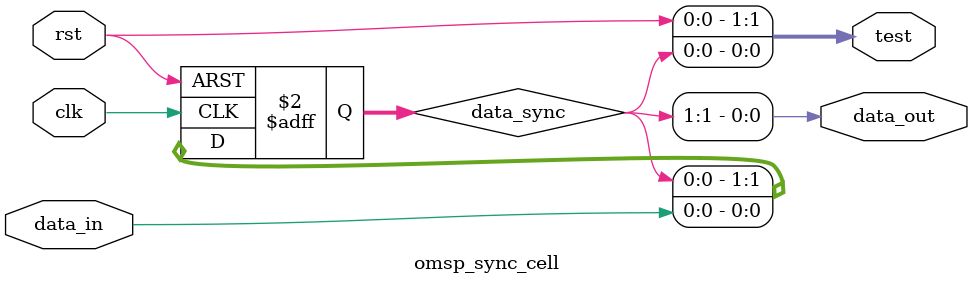
<source format=v>

module  omsp_sync_cell (
   test,

// OUTPUTs
    data_out,                      // Synchronized data output

// INPUTs
    clk,                           // Receiving clock
    data_in,                       // Asynchronous data input
    rst                            // Receiving reset (active high)
);

// OUTPUTs
//=========
output        [1:0] test;
output              data_out;      // Synchronized data output

// INPUTs
//=========
input               clk;          // Receiving clock
input               data_in;      // Asynchronous data input
input               rst;          // Receiving reset (active high)


//=============================================================================
// 1)  SYNCHRONIZER
//=============================================================================

reg  [1:0] data_sync;

always @(posedge clk or posedge rst)
  if (rst) data_sync <=  2'b00;
  else     data_sync <=  {data_sync[0], data_in};

assign     data_out   =   data_sync[1];

assign test = {rst, data_sync[0]};
endmodule // omsp_sync_cell


</source>
